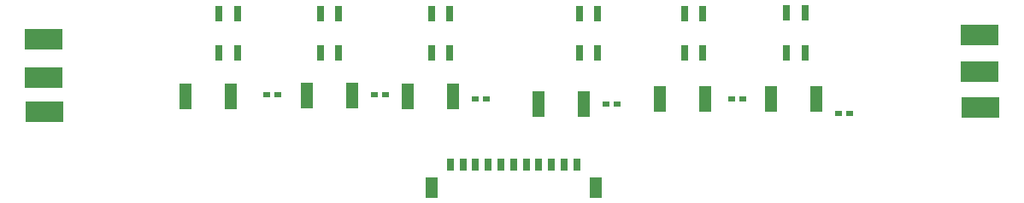
<source format=gtp>
G04 #@! TF.GenerationSoftware,KiCad,Pcbnew,6.0.11+dfsg-1*
G04 #@! TF.CreationDate,2024-04-16T10:26:28+10:00*
G04 #@! TF.ProjectId,IR_Sensor_array,49525f53-656e-4736-9f72-5f6172726179,rev?*
G04 #@! TF.SameCoordinates,Original*
G04 #@! TF.FileFunction,Paste,Top*
G04 #@! TF.FilePolarity,Positive*
%FSLAX46Y46*%
G04 Gerber Fmt 4.6, Leading zero omitted, Abs format (unit mm)*
G04 Created by KiCad (PCBNEW 6.0.11+dfsg-1) date 2024-04-16 10:26:28*
%MOMM*%
%LPD*%
G01*
G04 APERTURE LIST*
%ADD10R,1.205598X2.499995*%
%ADD11R,0.690000X1.570000*%
%ADD12R,0.655599X0.499999*%
%ADD13R,3.800000X2.000000*%
%ADD14R,0.800000X1.200000*%
%ADD15R,1.300000X2.150000*%
G04 APERTURE END LIST*
D10*
X180252796Y-96560000D03*
X175747204Y-96560000D03*
D11*
X167167992Y-88025000D03*
X167167992Y-91975000D03*
X168967992Y-91975000D03*
X168967992Y-88025000D03*
D12*
X125799806Y-96056000D03*
X126905404Y-96056000D03*
D10*
X157252796Y-97000000D03*
X152747204Y-97000000D03*
D13*
X196500000Y-97400000D03*
D10*
X122252796Y-96243002D03*
X117747204Y-96243002D03*
D11*
X156793996Y-88025000D03*
X156793996Y-91975000D03*
X158593996Y-91975000D03*
X158593996Y-88025000D03*
D14*
X144000000Y-103000000D03*
X145250000Y-103000000D03*
X146500000Y-103000000D03*
X147750000Y-103000000D03*
X149000000Y-103000000D03*
X150250000Y-103000000D03*
X151500000Y-103000000D03*
X152750000Y-103000000D03*
X154000000Y-103000000D03*
X155250000Y-103000000D03*
X156500000Y-103000000D03*
D15*
X142099999Y-105294999D03*
X158400002Y-105294999D03*
D13*
X103800000Y-97800000D03*
D12*
X136447201Y-96056000D03*
X137552799Y-96056000D03*
D13*
X103700000Y-94400000D03*
D10*
X144252796Y-96243002D03*
X139747204Y-96243002D03*
D13*
X103700000Y-90600000D03*
X196400000Y-90200000D03*
D12*
X159447201Y-97064000D03*
X160552799Y-97064000D03*
X146447201Y-96560000D03*
X147552799Y-96560000D03*
D10*
X169252796Y-96560000D03*
X164747204Y-96560000D03*
D11*
X131100000Y-88025000D03*
X131100000Y-91975000D03*
X132900000Y-91975000D03*
X132900000Y-88025000D03*
D12*
X182447201Y-98000000D03*
X183552799Y-98000000D03*
D13*
X196400000Y-93800000D03*
D10*
X134252796Y-96183002D03*
X129747204Y-96183002D03*
D11*
X121100000Y-88025000D03*
X121100000Y-91975000D03*
X122900000Y-91975000D03*
X122900000Y-88025000D03*
X177313996Y-87965000D03*
X177313996Y-91915000D03*
X179113996Y-91915000D03*
X179113996Y-87965000D03*
X142100000Y-88025000D03*
X142100000Y-91975000D03*
X143900000Y-91975000D03*
X143900000Y-88025000D03*
D12*
X171894402Y-96560000D03*
X173000000Y-96560000D03*
M02*

</source>
